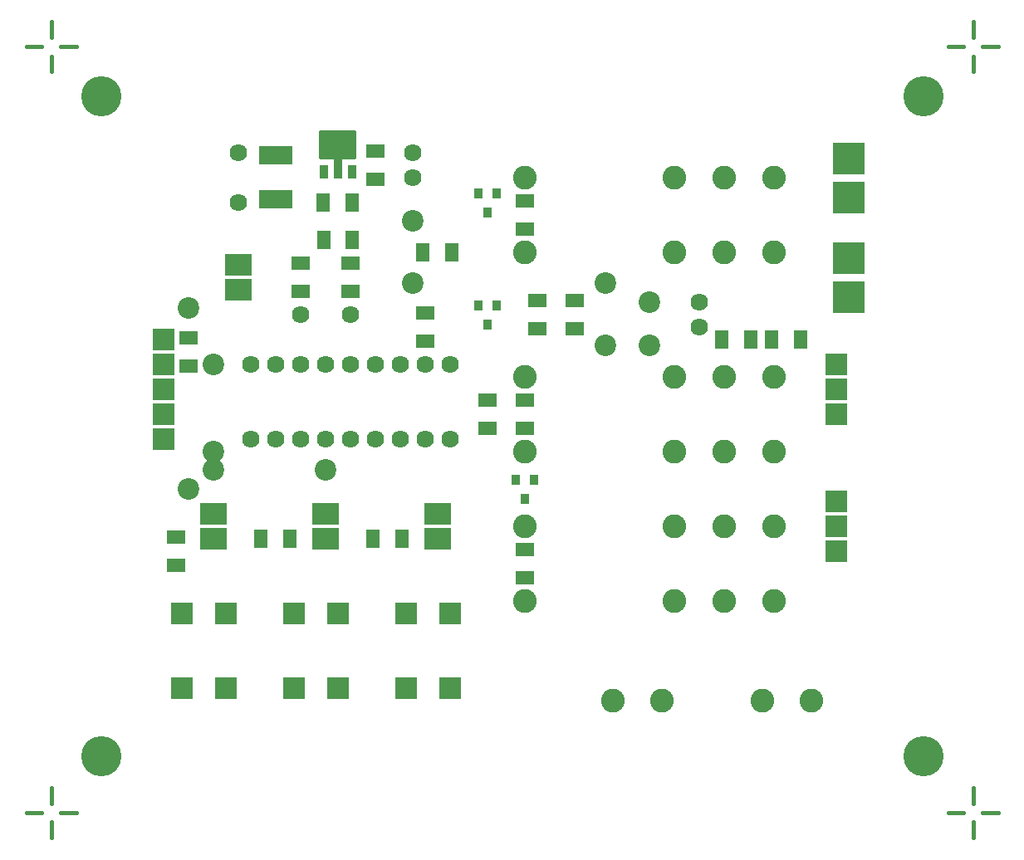
<source format=gbr>
G04                                                                  *
G04 SOURCE        : LAYO1 PCB.EXE VERSION 10                         *
G04 FORMAT        : GERBER RS-274X, Inch, 2.4, Leading Zero          *
G04 TITLE         : CNC3018SWITCHER_SOLDERMASK BOTTOM                *
G04 TIME          : Thursday, May 11, 2023  21:45:25                 *
G04                                                                  *
G04 Board width   : 120.000 mm. =  4.7244 inch                       *
G04 Board height  : 100.000 mm. =  3.9370 inch                       *
G04 Board offset  :   0.000 mm. =  0.0000 inch                       *
G04 Board offset  :   0.000 mm. =  0.0000 inch                       *
G04                                                                  *
G04 Apertures:                                                       *
G04       Type          X       Y             X       Y        Used  *
G04                      Inches                Metric                *
G04 D10   Round       0.1614  0.1614        4.100   4.100         4  *
G04 D11   Round       0.0866  0.0866        2.200   2.200        12  *
G04 D12   Round       0.0701  0.0701        1.780   1.780        26  *
G04 D13   Rectangle   0.0748  0.1378        1.900   3.500         2  *
G04 D14   Rectangle   0.0520  0.0748        1.320   1.900        24  *
G04 D15   Rectangle   0.0520  0.0748        1.320   1.900        14  *
G04 D16   Rectangle   0.0866  0.1063        2.200   2.700         8  *
G04 D17   Square      0.1260  0.1260        3.200   3.200         4  *
G04 D18   Round       0.0953  0.0953        2.420   2.420        28  *
G04 D19   Rectangle   0.0866  0.0866        2.200   2.200        11  *
G04 D20   Rectangle   0.0362  0.0441        0.920   1.120         9  *
G04 D21   Square      0.0866  0.0866        2.200   2.200        12  *
G04 D22   Rectangle   0.0378  0.0551        0.960   1.400         2  *
G04 D23   Rectangle   0.0378  0.0795        0.960   2.020         1  *
G04 D24   Draw        0.0157  0.0157        0.400   0.400        32  *
G04 D25   Draw        0.0119  0.0119        0.301   0.301        31  *
G04                                                                  *
%FSLAX24Y24*
MOIN*
SFA1.0B1.0*%
%ADD10C,0.1614*%
%ADD11C,0.0866*%
%ADD12C,0.0701*%
%ADD13R,0.1378X0.0748*%
%ADD14R,0.0748X0.0520*%
%ADD15R,0.0520X0.0748*%
%ADD16R,0.1063X0.0866*%
%ADD17R,0.1260X0.1260*%
%ADD18C,0.0953*%
%ADD19R,0.0866X0.0866*%
%ADD20R,0.0362X0.0441*%
%ADD21R,0.0866X0.0866*%
%ADD22R,0.0378X0.0551*%
%ADD23R,0.0378X0.0795*%
%ADD24C,0.0157*%
%ADD25C,0.0119*%
%LNSOLDERMASK BOTTOM*%
G54D10*
X007000Y033370D03*
X007000Y006870D03*
X040000Y006870D03*
X040000Y033370D03*
G54D11*
X029000Y025120D03*
X029000Y023370D03*
X019500Y028370D03*
X019500Y025870D03*
X010500Y024870D03*
X010500Y017620D03*
X016000Y018370D03*
X011500Y018370D03*
X011500Y019120D03*
X011500Y022620D03*
X027250Y025870D03*
X027250Y023370D03*
G54D12*
X012500Y029120D03*
X012500Y031120D03*
X019500Y030120D03*
X019500Y031120D03*
X031000Y024120D03*
X031000Y025120D03*
X013000Y019620D03*
X014000Y019620D03*
X015000Y019620D03*
X016000Y019620D03*
X017000Y019620D03*
X018000Y019620D03*
X019000Y019620D03*
X020000Y019620D03*
X021000Y019620D03*
X021000Y022620D03*
X020000Y022620D03*
X019000Y022620D03*
X018000Y022620D03*
X017000Y022620D03*
X016000Y022620D03*
X015000Y022620D03*
X014000Y022620D03*
X013000Y022620D03*
X017000Y024620D03*
X015000Y024620D03*
G54D13*
X014000Y029246D03*
X014000Y031018D03*
G54D14*
X018000Y030057D03*
X018000Y031199D03*
X015000Y025557D03*
X015000Y026699D03*
X017000Y025557D03*
X017000Y026699D03*
X024000Y029183D03*
X024000Y028041D03*
X024000Y015183D03*
X024000Y014041D03*
X024000Y021183D03*
X024000Y020041D03*
X024500Y025183D03*
X024500Y024041D03*
X022500Y020057D03*
X022500Y021199D03*
X020000Y024683D03*
X020000Y023541D03*
X010000Y015683D03*
X010000Y014541D03*
X010500Y022557D03*
X010500Y023699D03*
X026000Y025183D03*
X026000Y024041D03*
G54D15*
X017063Y029120D03*
X015921Y029120D03*
X033063Y023620D03*
X031921Y023620D03*
X021063Y027120D03*
X019921Y027120D03*
X015937Y027620D03*
X017079Y027620D03*
X014563Y015620D03*
X013421Y015620D03*
X019063Y015620D03*
X017921Y015620D03*
X035063Y023620D03*
X033921Y023620D03*
G54D16*
X012500Y026620D03*
X012500Y025620D03*
X011500Y015620D03*
X011500Y016620D03*
X016000Y015620D03*
X016000Y016620D03*
X020500Y015620D03*
X020500Y016620D03*
G54D17*
X037000Y030870D03*
X037000Y029308D03*
X037000Y026870D03*
X037000Y025308D03*
G54D18*
X035500Y009120D03*
X033531Y009120D03*
X029500Y009120D03*
X027531Y009120D03*
X024000Y027120D03*
X024000Y030120D03*
X032000Y027120D03*
X030000Y027120D03*
X034000Y027120D03*
X032000Y030120D03*
X030000Y030120D03*
X034000Y030120D03*
X024000Y013120D03*
X024000Y016120D03*
X032000Y013120D03*
X030000Y013120D03*
X034000Y013120D03*
X032000Y016120D03*
X030000Y016120D03*
X034000Y016120D03*
X024000Y019120D03*
X024000Y022120D03*
X032000Y019120D03*
X030000Y019120D03*
X034000Y019120D03*
X032000Y022120D03*
X030000Y022120D03*
X034000Y022120D03*
G54D19*
X036500Y020620D03*
X036500Y021620D03*
X036500Y022620D03*
X036500Y015120D03*
X036500Y016120D03*
X036500Y017120D03*
X009500Y019620D03*
X009500Y020620D03*
X009500Y021620D03*
X009500Y022620D03*
X009500Y023620D03*
G54D20*
X022126Y029494D03*
X022874Y029494D03*
X022500Y028707D03*
X023626Y017994D03*
X024374Y017994D03*
X024000Y017207D03*
X022126Y024994D03*
X022874Y024994D03*
X022500Y024207D03*
G54D21*
X012000Y012620D03*
X012000Y009620D03*
X010250Y009620D03*
X010250Y012620D03*
X016500Y012620D03*
X016500Y009620D03*
X014750Y009620D03*
X014750Y012620D03*
X021000Y012620D03*
X021000Y009620D03*
X019250Y009620D03*
X019250Y012620D03*
G54D22*
X017067Y030358D03*
X015941Y030358D03*
G54D23*
X016504Y030484D03*
G54D24*
X004625Y035370D02*
X004000Y035370D01*
X005000Y034995D02*
X005000Y034370D01*
X005375Y035370D02*
X006000Y035370D01*
X005000Y035745D02*
X005000Y036370D01*
X041625Y035370D02*
X041000Y035370D01*
X042000Y034995D02*
X042000Y034370D01*
X042375Y035370D02*
X043000Y035370D01*
X042000Y035745D02*
X042000Y036370D01*
X041625Y004620D02*
X041000Y004620D01*
X042000Y004245D02*
X042000Y003620D01*
X042375Y004620D02*
X043000Y004620D01*
X042000Y004995D02*
X042000Y005620D01*
X004625Y004620D02*
X004000Y004620D01*
X005000Y004245D02*
X005000Y003620D01*
X005375Y004620D02*
X006000Y004620D01*
X005000Y004995D02*
X005000Y005620D01*
G54D25*
X015809Y030929D02*
X015809Y031936D01*
X017191Y031936D01*
X017191Y030929D01*
X015809Y030929D01*
X015809Y031936D02*
X017191Y031936D01*
X015809Y031857D02*
X017191Y031857D01*
X015809Y031778D02*
X017191Y031778D01*
X015809Y031698D02*
X017191Y031698D01*
X015809Y031619D02*
X017191Y031619D01*
X015809Y031540D02*
X017191Y031540D01*
X015809Y031461D02*
X017191Y031461D01*
X015809Y031382D02*
X017191Y031382D01*
X015809Y031303D02*
X017191Y031303D01*
X015809Y031224D02*
X017191Y031224D01*
X015809Y031144D02*
X017191Y031144D01*
X015809Y031065D02*
X017191Y031065D01*
X015809Y030986D02*
X017191Y030986D01*
M02*

</source>
